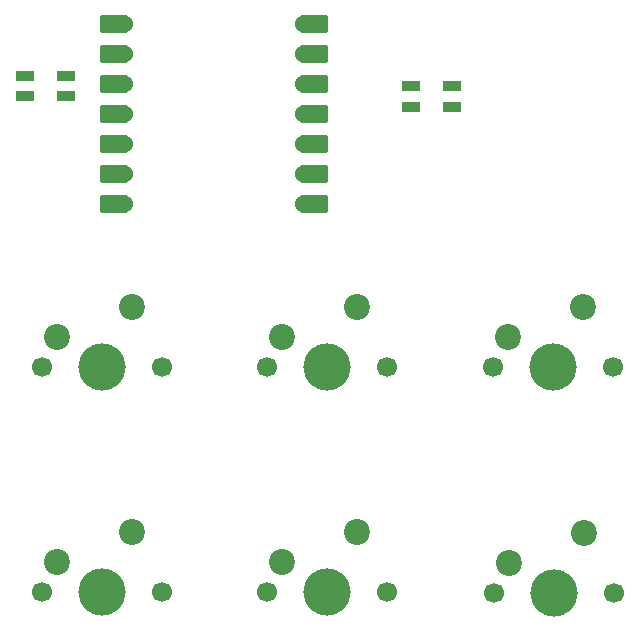
<source format=gbr>
%TF.GenerationSoftware,KiCad,Pcbnew,9.0.3*%
%TF.CreationDate,2025-07-10T08:35:26-07:00*%
%TF.ProjectId,Hackpad,4861636b-7061-4642-9e6b-696361645f70,rev?*%
%TF.SameCoordinates,Original*%
%TF.FileFunction,Soldermask,Top*%
%TF.FilePolarity,Negative*%
%FSLAX46Y46*%
G04 Gerber Fmt 4.6, Leading zero omitted, Abs format (unit mm)*
G04 Created by KiCad (PCBNEW 9.0.3) date 2025-07-10 08:35:26*
%MOMM*%
%LPD*%
G01*
G04 APERTURE LIST*
G04 Aperture macros list*
%AMRoundRect*
0 Rectangle with rounded corners*
0 $1 Rounding radius*
0 $2 $3 $4 $5 $6 $7 $8 $9 X,Y pos of 4 corners*
0 Add a 4 corners polygon primitive as box body*
4,1,4,$2,$3,$4,$5,$6,$7,$8,$9,$2,$3,0*
0 Add four circle primitives for the rounded corners*
1,1,$1+$1,$2,$3*
1,1,$1+$1,$4,$5*
1,1,$1+$1,$6,$7*
1,1,$1+$1,$8,$9*
0 Add four rect primitives between the rounded corners*
20,1,$1+$1,$2,$3,$4,$5,0*
20,1,$1+$1,$4,$5,$6,$7,0*
20,1,$1+$1,$6,$7,$8,$9,0*
20,1,$1+$1,$8,$9,$2,$3,0*%
G04 Aperture macros list end*
%ADD10C,1.700000*%
%ADD11C,4.000000*%
%ADD12C,2.200000*%
%ADD13R,1.600000X0.850000*%
%ADD14RoundRect,0.152400X1.063600X0.609600X-1.063600X0.609600X-1.063600X-0.609600X1.063600X-0.609600X0*%
%ADD15C,1.524000*%
%ADD16RoundRect,0.152400X-1.063600X-0.609600X1.063600X-0.609600X1.063600X0.609600X-1.063600X0.609600X0*%
G04 APERTURE END LIST*
D10*
%TO.C,SW3*%
X57695250Y-82004750D03*
D11*
X62775250Y-82004750D03*
D10*
X67855250Y-82004750D03*
D12*
X65315250Y-76924750D03*
X58965250Y-79464750D03*
%TD*%
D13*
%TO.C,D1*%
X56262750Y-38267250D03*
X56262750Y-40017250D03*
X59762750Y-40017250D03*
X59762750Y-38267250D03*
%TD*%
D10*
%TO.C,SW2*%
X76745250Y-62954750D03*
D11*
X81825250Y-62954750D03*
D10*
X86905250Y-62954750D03*
D12*
X84365250Y-57874750D03*
X78015250Y-60414750D03*
%TD*%
D10*
%TO.C,SW6*%
X96020000Y-82100000D03*
D11*
X101100000Y-82100000D03*
D10*
X106180000Y-82100000D03*
D12*
X103640000Y-77020000D03*
X97290000Y-79560000D03*
%TD*%
D10*
%TO.C,SW5*%
X95920000Y-62900000D03*
D11*
X101000000Y-62900000D03*
D10*
X106080000Y-62900000D03*
D12*
X103540000Y-57820000D03*
X97190000Y-60360000D03*
%TD*%
D14*
%TO.C,U1*%
X63845250Y-33903500D03*
D15*
X64680250Y-33903500D03*
D14*
X63845250Y-36443500D03*
D15*
X64680250Y-36443500D03*
D14*
X63845250Y-38983500D03*
D15*
X64680250Y-38983500D03*
D14*
X63845250Y-41523500D03*
D15*
X64680250Y-41523500D03*
D14*
X63845250Y-44063500D03*
D15*
X64680250Y-44063500D03*
D14*
X63845250Y-46603500D03*
D15*
X64680250Y-46603500D03*
D14*
X63845250Y-49143500D03*
D15*
X64680250Y-49143500D03*
X79920250Y-49143500D03*
D16*
X80755250Y-49143500D03*
D15*
X79920250Y-46603500D03*
D16*
X80755250Y-46603500D03*
D15*
X79920250Y-44063500D03*
D16*
X80755250Y-44063500D03*
D15*
X79920250Y-41523500D03*
D16*
X80755250Y-41523500D03*
D15*
X79920250Y-38983500D03*
D16*
X80755250Y-38983500D03*
D15*
X79920250Y-36443500D03*
D16*
X80755250Y-36443500D03*
D15*
X79920250Y-33903500D03*
D16*
X80755250Y-33903500D03*
%TD*%
D13*
%TO.C,D2*%
X88969000Y-39142250D03*
X88969000Y-40892250D03*
X92469000Y-40892250D03*
X92469000Y-39142250D03*
%TD*%
D10*
%TO.C,SW4*%
X76745250Y-82004750D03*
D11*
X81825250Y-82004750D03*
D10*
X86905250Y-82004750D03*
D12*
X84365250Y-76924750D03*
X78015250Y-79464750D03*
%TD*%
D10*
%TO.C,SW1*%
X57695250Y-62954750D03*
D11*
X62775250Y-62954750D03*
D10*
X67855250Y-62954750D03*
D12*
X65315250Y-57874750D03*
X58965250Y-60414750D03*
%TD*%
M02*

</source>
